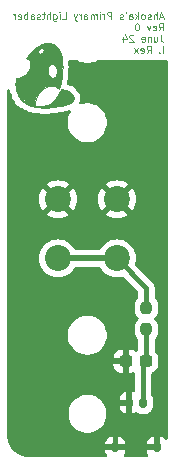
<source format=gbr>
G04 #@! TF.GenerationSoftware,KiCad,Pcbnew,8.0.3*
G04 #@! TF.CreationDate,2024-06-16T14:55:05-05:00*
G04 #@! TF.ProjectId,Power Button Board,506f7765-7220-4427-9574-746f6e20426f,rev?*
G04 #@! TF.SameCoordinates,Original*
G04 #@! TF.FileFunction,Copper,L2,Bot*
G04 #@! TF.FilePolarity,Positive*
%FSLAX46Y46*%
G04 Gerber Fmt 4.6, Leading zero omitted, Abs format (unit mm)*
G04 Created by KiCad (PCBNEW 8.0.3) date 2024-06-16 14:55:05*
%MOMM*%
%LPD*%
G01*
G04 APERTURE LIST*
G04 Aperture macros list*
%AMRoundRect*
0 Rectangle with rounded corners*
0 $1 Rounding radius*
0 $2 $3 $4 $5 $6 $7 $8 $9 X,Y pos of 4 corners*
0 Add a 4 corners polygon primitive as box body*
4,1,4,$2,$3,$4,$5,$6,$7,$8,$9,$2,$3,0*
0 Add four circle primitives for the rounded corners*
1,1,$1+$1,$2,$3*
1,1,$1+$1,$4,$5*
1,1,$1+$1,$6,$7*
1,1,$1+$1,$8,$9*
0 Add four rect primitives between the rounded corners*
20,1,$1+$1,$2,$3,$4,$5,0*
20,1,$1+$1,$4,$5,$6,$7,0*
20,1,$1+$1,$6,$7,$8,$9,0*
20,1,$1+$1,$8,$9,$2,$3,0*%
G04 Aperture macros list end*
%ADD10C,0.125000*%
G04 #@! TA.AperFunction,NonConductor*
%ADD11C,0.125000*%
G04 #@! TD*
G04 #@! TA.AperFunction,EtchedComponent*
%ADD12C,0.010000*%
G04 #@! TD*
G04 #@! TA.AperFunction,ComponentPad*
%ADD13C,2.200000*%
G04 #@! TD*
G04 #@! TA.AperFunction,SMDPad,CuDef*
%ADD14RoundRect,0.237500X0.300000X0.237500X-0.300000X0.237500X-0.300000X-0.237500X0.300000X-0.237500X0*%
G04 #@! TD*
G04 #@! TA.AperFunction,SMDPad,CuDef*
%ADD15RoundRect,0.237500X-0.237500X0.250000X-0.237500X-0.250000X0.237500X-0.250000X0.237500X0.250000X0*%
G04 #@! TD*
G04 #@! TA.AperFunction,SMDPad,CuDef*
%ADD16RoundRect,0.150000X0.150000X0.275000X-0.150000X0.275000X-0.150000X-0.275000X0.150000X-0.275000X0*%
G04 #@! TD*
G04 #@! TA.AperFunction,SMDPad,CuDef*
%ADD17RoundRect,0.175000X0.175000X0.225000X-0.175000X0.225000X-0.175000X-0.225000X0.175000X-0.225000X0*%
G04 #@! TD*
G04 #@! TA.AperFunction,Conductor*
%ADD18C,0.400000*%
G04 #@! TD*
G04 #@! TA.AperFunction,Conductor*
%ADD19C,0.500000*%
G04 #@! TD*
G04 APERTURE END LIST*
D10*
D11*
X151903478Y-92050744D02*
X151617764Y-92050744D01*
X151960621Y-92222173D02*
X151760621Y-91622173D01*
X151760621Y-91622173D02*
X151560621Y-92222173D01*
X151360620Y-92222173D02*
X151360620Y-91622173D01*
X151103478Y-92222173D02*
X151103478Y-91907887D01*
X151103478Y-91907887D02*
X151132049Y-91850744D01*
X151132049Y-91850744D02*
X151189192Y-91822173D01*
X151189192Y-91822173D02*
X151274906Y-91822173D01*
X151274906Y-91822173D02*
X151332049Y-91850744D01*
X151332049Y-91850744D02*
X151360620Y-91879316D01*
X150846335Y-92193602D02*
X150789192Y-92222173D01*
X150789192Y-92222173D02*
X150674906Y-92222173D01*
X150674906Y-92222173D02*
X150617763Y-92193602D01*
X150617763Y-92193602D02*
X150589192Y-92136459D01*
X150589192Y-92136459D02*
X150589192Y-92107887D01*
X150589192Y-92107887D02*
X150617763Y-92050744D01*
X150617763Y-92050744D02*
X150674906Y-92022173D01*
X150674906Y-92022173D02*
X150760621Y-92022173D01*
X150760621Y-92022173D02*
X150817763Y-91993602D01*
X150817763Y-91993602D02*
X150846335Y-91936459D01*
X150846335Y-91936459D02*
X150846335Y-91907887D01*
X150846335Y-91907887D02*
X150817763Y-91850744D01*
X150817763Y-91850744D02*
X150760621Y-91822173D01*
X150760621Y-91822173D02*
X150674906Y-91822173D01*
X150674906Y-91822173D02*
X150617763Y-91850744D01*
X150246335Y-92222173D02*
X150303478Y-92193602D01*
X150303478Y-92193602D02*
X150332049Y-92165030D01*
X150332049Y-92165030D02*
X150360621Y-92107887D01*
X150360621Y-92107887D02*
X150360621Y-91936459D01*
X150360621Y-91936459D02*
X150332049Y-91879316D01*
X150332049Y-91879316D02*
X150303478Y-91850744D01*
X150303478Y-91850744D02*
X150246335Y-91822173D01*
X150246335Y-91822173D02*
X150160621Y-91822173D01*
X150160621Y-91822173D02*
X150103478Y-91850744D01*
X150103478Y-91850744D02*
X150074907Y-91879316D01*
X150074907Y-91879316D02*
X150046335Y-91936459D01*
X150046335Y-91936459D02*
X150046335Y-92107887D01*
X150046335Y-92107887D02*
X150074907Y-92165030D01*
X150074907Y-92165030D02*
X150103478Y-92193602D01*
X150103478Y-92193602D02*
X150160621Y-92222173D01*
X150160621Y-92222173D02*
X150246335Y-92222173D01*
X149789192Y-92222173D02*
X149789192Y-91622173D01*
X149732050Y-91993602D02*
X149560621Y-92222173D01*
X149560621Y-91822173D02*
X149789192Y-92050744D01*
X149046336Y-92222173D02*
X149046336Y-91907887D01*
X149046336Y-91907887D02*
X149074907Y-91850744D01*
X149074907Y-91850744D02*
X149132050Y-91822173D01*
X149132050Y-91822173D02*
X149246336Y-91822173D01*
X149246336Y-91822173D02*
X149303478Y-91850744D01*
X149046336Y-92193602D02*
X149103478Y-92222173D01*
X149103478Y-92222173D02*
X149246336Y-92222173D01*
X149246336Y-92222173D02*
X149303478Y-92193602D01*
X149303478Y-92193602D02*
X149332050Y-92136459D01*
X149332050Y-92136459D02*
X149332050Y-92079316D01*
X149332050Y-92079316D02*
X149303478Y-92022173D01*
X149303478Y-92022173D02*
X149246336Y-91993602D01*
X149246336Y-91993602D02*
X149103478Y-91993602D01*
X149103478Y-91993602D02*
X149046336Y-91965030D01*
X148732050Y-91622173D02*
X148789193Y-91736459D01*
X148503479Y-92193602D02*
X148446336Y-92222173D01*
X148446336Y-92222173D02*
X148332050Y-92222173D01*
X148332050Y-92222173D02*
X148274907Y-92193602D01*
X148274907Y-92193602D02*
X148246336Y-92136459D01*
X148246336Y-92136459D02*
X148246336Y-92107887D01*
X148246336Y-92107887D02*
X148274907Y-92050744D01*
X148274907Y-92050744D02*
X148332050Y-92022173D01*
X148332050Y-92022173D02*
X148417765Y-92022173D01*
X148417765Y-92022173D02*
X148474907Y-91993602D01*
X148474907Y-91993602D02*
X148503479Y-91936459D01*
X148503479Y-91936459D02*
X148503479Y-91907887D01*
X148503479Y-91907887D02*
X148474907Y-91850744D01*
X148474907Y-91850744D02*
X148417765Y-91822173D01*
X148417765Y-91822173D02*
X148332050Y-91822173D01*
X148332050Y-91822173D02*
X148274907Y-91850744D01*
X147532050Y-92222173D02*
X147532050Y-91622173D01*
X147532050Y-91622173D02*
X147303479Y-91622173D01*
X147303479Y-91622173D02*
X147246336Y-91650744D01*
X147246336Y-91650744D02*
X147217765Y-91679316D01*
X147217765Y-91679316D02*
X147189193Y-91736459D01*
X147189193Y-91736459D02*
X147189193Y-91822173D01*
X147189193Y-91822173D02*
X147217765Y-91879316D01*
X147217765Y-91879316D02*
X147246336Y-91907887D01*
X147246336Y-91907887D02*
X147303479Y-91936459D01*
X147303479Y-91936459D02*
X147532050Y-91936459D01*
X146932050Y-92222173D02*
X146932050Y-91822173D01*
X146932050Y-91936459D02*
X146903479Y-91879316D01*
X146903479Y-91879316D02*
X146874908Y-91850744D01*
X146874908Y-91850744D02*
X146817765Y-91822173D01*
X146817765Y-91822173D02*
X146760622Y-91822173D01*
X146560621Y-92222173D02*
X146560621Y-91822173D01*
X146560621Y-91622173D02*
X146589193Y-91650744D01*
X146589193Y-91650744D02*
X146560621Y-91679316D01*
X146560621Y-91679316D02*
X146532050Y-91650744D01*
X146532050Y-91650744D02*
X146560621Y-91622173D01*
X146560621Y-91622173D02*
X146560621Y-91679316D01*
X146274907Y-92222173D02*
X146274907Y-91822173D01*
X146274907Y-91879316D02*
X146246336Y-91850744D01*
X146246336Y-91850744D02*
X146189193Y-91822173D01*
X146189193Y-91822173D02*
X146103479Y-91822173D01*
X146103479Y-91822173D02*
X146046336Y-91850744D01*
X146046336Y-91850744D02*
X146017765Y-91907887D01*
X146017765Y-91907887D02*
X146017765Y-92222173D01*
X146017765Y-91907887D02*
X145989193Y-91850744D01*
X145989193Y-91850744D02*
X145932050Y-91822173D01*
X145932050Y-91822173D02*
X145846336Y-91822173D01*
X145846336Y-91822173D02*
X145789193Y-91850744D01*
X145789193Y-91850744D02*
X145760622Y-91907887D01*
X145760622Y-91907887D02*
X145760622Y-92222173D01*
X145217765Y-92222173D02*
X145217765Y-91907887D01*
X145217765Y-91907887D02*
X145246336Y-91850744D01*
X145246336Y-91850744D02*
X145303479Y-91822173D01*
X145303479Y-91822173D02*
X145417765Y-91822173D01*
X145417765Y-91822173D02*
X145474907Y-91850744D01*
X145217765Y-92193602D02*
X145274907Y-92222173D01*
X145274907Y-92222173D02*
X145417765Y-92222173D01*
X145417765Y-92222173D02*
X145474907Y-92193602D01*
X145474907Y-92193602D02*
X145503479Y-92136459D01*
X145503479Y-92136459D02*
X145503479Y-92079316D01*
X145503479Y-92079316D02*
X145474907Y-92022173D01*
X145474907Y-92022173D02*
X145417765Y-91993602D01*
X145417765Y-91993602D02*
X145274907Y-91993602D01*
X145274907Y-91993602D02*
X145217765Y-91965030D01*
X144932050Y-92222173D02*
X144932050Y-91822173D01*
X144932050Y-91936459D02*
X144903479Y-91879316D01*
X144903479Y-91879316D02*
X144874908Y-91850744D01*
X144874908Y-91850744D02*
X144817765Y-91822173D01*
X144817765Y-91822173D02*
X144760622Y-91822173D01*
X144617764Y-91822173D02*
X144474907Y-92222173D01*
X144332050Y-91822173D02*
X144474907Y-92222173D01*
X144474907Y-92222173D02*
X144532050Y-92365030D01*
X144532050Y-92365030D02*
X144560621Y-92393602D01*
X144560621Y-92393602D02*
X144617764Y-92422173D01*
X143360621Y-92222173D02*
X143646335Y-92222173D01*
X143646335Y-92222173D02*
X143646335Y-91622173D01*
X143160621Y-92222173D02*
X143160621Y-91822173D01*
X143160621Y-91622173D02*
X143189193Y-91650744D01*
X143189193Y-91650744D02*
X143160621Y-91679316D01*
X143160621Y-91679316D02*
X143132050Y-91650744D01*
X143132050Y-91650744D02*
X143160621Y-91622173D01*
X143160621Y-91622173D02*
X143160621Y-91679316D01*
X142617765Y-91822173D02*
X142617765Y-92307887D01*
X142617765Y-92307887D02*
X142646336Y-92365030D01*
X142646336Y-92365030D02*
X142674907Y-92393602D01*
X142674907Y-92393602D02*
X142732050Y-92422173D01*
X142732050Y-92422173D02*
X142817765Y-92422173D01*
X142817765Y-92422173D02*
X142874907Y-92393602D01*
X142617765Y-92193602D02*
X142674907Y-92222173D01*
X142674907Y-92222173D02*
X142789193Y-92222173D01*
X142789193Y-92222173D02*
X142846336Y-92193602D01*
X142846336Y-92193602D02*
X142874907Y-92165030D01*
X142874907Y-92165030D02*
X142903479Y-92107887D01*
X142903479Y-92107887D02*
X142903479Y-91936459D01*
X142903479Y-91936459D02*
X142874907Y-91879316D01*
X142874907Y-91879316D02*
X142846336Y-91850744D01*
X142846336Y-91850744D02*
X142789193Y-91822173D01*
X142789193Y-91822173D02*
X142674907Y-91822173D01*
X142674907Y-91822173D02*
X142617765Y-91850744D01*
X142332050Y-92222173D02*
X142332050Y-91622173D01*
X142074908Y-92222173D02*
X142074908Y-91907887D01*
X142074908Y-91907887D02*
X142103479Y-91850744D01*
X142103479Y-91850744D02*
X142160622Y-91822173D01*
X142160622Y-91822173D02*
X142246336Y-91822173D01*
X142246336Y-91822173D02*
X142303479Y-91850744D01*
X142303479Y-91850744D02*
X142332050Y-91879316D01*
X141874908Y-91822173D02*
X141646336Y-91822173D01*
X141789193Y-91622173D02*
X141789193Y-92136459D01*
X141789193Y-92136459D02*
X141760622Y-92193602D01*
X141760622Y-92193602D02*
X141703479Y-92222173D01*
X141703479Y-92222173D02*
X141646336Y-92222173D01*
X141474908Y-92193602D02*
X141417765Y-92222173D01*
X141417765Y-92222173D02*
X141303479Y-92222173D01*
X141303479Y-92222173D02*
X141246336Y-92193602D01*
X141246336Y-92193602D02*
X141217765Y-92136459D01*
X141217765Y-92136459D02*
X141217765Y-92107887D01*
X141217765Y-92107887D02*
X141246336Y-92050744D01*
X141246336Y-92050744D02*
X141303479Y-92022173D01*
X141303479Y-92022173D02*
X141389194Y-92022173D01*
X141389194Y-92022173D02*
X141446336Y-91993602D01*
X141446336Y-91993602D02*
X141474908Y-91936459D01*
X141474908Y-91936459D02*
X141474908Y-91907887D01*
X141474908Y-91907887D02*
X141446336Y-91850744D01*
X141446336Y-91850744D02*
X141389194Y-91822173D01*
X141389194Y-91822173D02*
X141303479Y-91822173D01*
X141303479Y-91822173D02*
X141246336Y-91850744D01*
X140703480Y-92222173D02*
X140703480Y-91907887D01*
X140703480Y-91907887D02*
X140732051Y-91850744D01*
X140732051Y-91850744D02*
X140789194Y-91822173D01*
X140789194Y-91822173D02*
X140903480Y-91822173D01*
X140903480Y-91822173D02*
X140960622Y-91850744D01*
X140703480Y-92193602D02*
X140760622Y-92222173D01*
X140760622Y-92222173D02*
X140903480Y-92222173D01*
X140903480Y-92222173D02*
X140960622Y-92193602D01*
X140960622Y-92193602D02*
X140989194Y-92136459D01*
X140989194Y-92136459D02*
X140989194Y-92079316D01*
X140989194Y-92079316D02*
X140960622Y-92022173D01*
X140960622Y-92022173D02*
X140903480Y-91993602D01*
X140903480Y-91993602D02*
X140760622Y-91993602D01*
X140760622Y-91993602D02*
X140703480Y-91965030D01*
X140417765Y-92222173D02*
X140417765Y-91622173D01*
X140417765Y-91850744D02*
X140360623Y-91822173D01*
X140360623Y-91822173D02*
X140246337Y-91822173D01*
X140246337Y-91822173D02*
X140189194Y-91850744D01*
X140189194Y-91850744D02*
X140160623Y-91879316D01*
X140160623Y-91879316D02*
X140132051Y-91936459D01*
X140132051Y-91936459D02*
X140132051Y-92107887D01*
X140132051Y-92107887D02*
X140160623Y-92165030D01*
X140160623Y-92165030D02*
X140189194Y-92193602D01*
X140189194Y-92193602D02*
X140246337Y-92222173D01*
X140246337Y-92222173D02*
X140360623Y-92222173D01*
X140360623Y-92222173D02*
X140417765Y-92193602D01*
X139646337Y-92193602D02*
X139703480Y-92222173D01*
X139703480Y-92222173D02*
X139817766Y-92222173D01*
X139817766Y-92222173D02*
X139874908Y-92193602D01*
X139874908Y-92193602D02*
X139903480Y-92136459D01*
X139903480Y-92136459D02*
X139903480Y-91907887D01*
X139903480Y-91907887D02*
X139874908Y-91850744D01*
X139874908Y-91850744D02*
X139817766Y-91822173D01*
X139817766Y-91822173D02*
X139703480Y-91822173D01*
X139703480Y-91822173D02*
X139646337Y-91850744D01*
X139646337Y-91850744D02*
X139617766Y-91907887D01*
X139617766Y-91907887D02*
X139617766Y-91965030D01*
X139617766Y-91965030D02*
X139903480Y-92022173D01*
X139360622Y-92222173D02*
X139360622Y-91822173D01*
X139360622Y-91936459D02*
X139332051Y-91879316D01*
X139332051Y-91879316D02*
X139303480Y-91850744D01*
X139303480Y-91850744D02*
X139246337Y-91822173D01*
X139246337Y-91822173D02*
X139189194Y-91822173D01*
X151532049Y-93188139D02*
X151732049Y-92902425D01*
X151874906Y-93188139D02*
X151874906Y-92588139D01*
X151874906Y-92588139D02*
X151646335Y-92588139D01*
X151646335Y-92588139D02*
X151589192Y-92616710D01*
X151589192Y-92616710D02*
X151560621Y-92645282D01*
X151560621Y-92645282D02*
X151532049Y-92702425D01*
X151532049Y-92702425D02*
X151532049Y-92788139D01*
X151532049Y-92788139D02*
X151560621Y-92845282D01*
X151560621Y-92845282D02*
X151589192Y-92873853D01*
X151589192Y-92873853D02*
X151646335Y-92902425D01*
X151646335Y-92902425D02*
X151874906Y-92902425D01*
X151046335Y-93159568D02*
X151103478Y-93188139D01*
X151103478Y-93188139D02*
X151217764Y-93188139D01*
X151217764Y-93188139D02*
X151274906Y-93159568D01*
X151274906Y-93159568D02*
X151303478Y-93102425D01*
X151303478Y-93102425D02*
X151303478Y-92873853D01*
X151303478Y-92873853D02*
X151274906Y-92816710D01*
X151274906Y-92816710D02*
X151217764Y-92788139D01*
X151217764Y-92788139D02*
X151103478Y-92788139D01*
X151103478Y-92788139D02*
X151046335Y-92816710D01*
X151046335Y-92816710D02*
X151017764Y-92873853D01*
X151017764Y-92873853D02*
X151017764Y-92930996D01*
X151017764Y-92930996D02*
X151303478Y-92988139D01*
X150817763Y-92788139D02*
X150674906Y-93188139D01*
X150674906Y-93188139D02*
X150532049Y-92788139D01*
X149732049Y-92588139D02*
X149674906Y-92588139D01*
X149674906Y-92588139D02*
X149617763Y-92616710D01*
X149617763Y-92616710D02*
X149589192Y-92645282D01*
X149589192Y-92645282D02*
X149560620Y-92702425D01*
X149560620Y-92702425D02*
X149532049Y-92816710D01*
X149532049Y-92816710D02*
X149532049Y-92959568D01*
X149532049Y-92959568D02*
X149560620Y-93073853D01*
X149560620Y-93073853D02*
X149589192Y-93130996D01*
X149589192Y-93130996D02*
X149617763Y-93159568D01*
X149617763Y-93159568D02*
X149674906Y-93188139D01*
X149674906Y-93188139D02*
X149732049Y-93188139D01*
X149732049Y-93188139D02*
X149789192Y-93159568D01*
X149789192Y-93159568D02*
X149817763Y-93130996D01*
X149817763Y-93130996D02*
X149846334Y-93073853D01*
X149846334Y-93073853D02*
X149874906Y-92959568D01*
X149874906Y-92959568D02*
X149874906Y-92816710D01*
X149874906Y-92816710D02*
X149846334Y-92702425D01*
X149846334Y-92702425D02*
X149817763Y-92645282D01*
X149817763Y-92645282D02*
X149789192Y-92616710D01*
X149789192Y-92616710D02*
X149732049Y-92588139D01*
X151703478Y-93554105D02*
X151703478Y-93982676D01*
X151703478Y-93982676D02*
X151732049Y-94068391D01*
X151732049Y-94068391D02*
X151789192Y-94125534D01*
X151789192Y-94125534D02*
X151874906Y-94154105D01*
X151874906Y-94154105D02*
X151932049Y-94154105D01*
X151160621Y-93754105D02*
X151160621Y-94154105D01*
X151417763Y-93754105D02*
X151417763Y-94068391D01*
X151417763Y-94068391D02*
X151389192Y-94125534D01*
X151389192Y-94125534D02*
X151332049Y-94154105D01*
X151332049Y-94154105D02*
X151246335Y-94154105D01*
X151246335Y-94154105D02*
X151189192Y-94125534D01*
X151189192Y-94125534D02*
X151160621Y-94096962D01*
X150874906Y-93754105D02*
X150874906Y-94154105D01*
X150874906Y-93811248D02*
X150846335Y-93782676D01*
X150846335Y-93782676D02*
X150789192Y-93754105D01*
X150789192Y-93754105D02*
X150703478Y-93754105D01*
X150703478Y-93754105D02*
X150646335Y-93782676D01*
X150646335Y-93782676D02*
X150617764Y-93839819D01*
X150617764Y-93839819D02*
X150617764Y-94154105D01*
X150103478Y-94125534D02*
X150160621Y-94154105D01*
X150160621Y-94154105D02*
X150274907Y-94154105D01*
X150274907Y-94154105D02*
X150332049Y-94125534D01*
X150332049Y-94125534D02*
X150360621Y-94068391D01*
X150360621Y-94068391D02*
X150360621Y-93839819D01*
X150360621Y-93839819D02*
X150332049Y-93782676D01*
X150332049Y-93782676D02*
X150274907Y-93754105D01*
X150274907Y-93754105D02*
X150160621Y-93754105D01*
X150160621Y-93754105D02*
X150103478Y-93782676D01*
X150103478Y-93782676D02*
X150074907Y-93839819D01*
X150074907Y-93839819D02*
X150074907Y-93896962D01*
X150074907Y-93896962D02*
X150360621Y-93954105D01*
X149389192Y-93611248D02*
X149360620Y-93582676D01*
X149360620Y-93582676D02*
X149303478Y-93554105D01*
X149303478Y-93554105D02*
X149160620Y-93554105D01*
X149160620Y-93554105D02*
X149103478Y-93582676D01*
X149103478Y-93582676D02*
X149074906Y-93611248D01*
X149074906Y-93611248D02*
X149046335Y-93668391D01*
X149046335Y-93668391D02*
X149046335Y-93725534D01*
X149046335Y-93725534D02*
X149074906Y-93811248D01*
X149074906Y-93811248D02*
X149417763Y-94154105D01*
X149417763Y-94154105D02*
X149046335Y-94154105D01*
X148532049Y-93754105D02*
X148532049Y-94154105D01*
X148674906Y-93525534D02*
X148817763Y-93954105D01*
X148817763Y-93954105D02*
X148446334Y-93954105D01*
X151874906Y-95120071D02*
X151874906Y-94520071D01*
X151589192Y-95062928D02*
X151560621Y-95091500D01*
X151560621Y-95091500D02*
X151589192Y-95120071D01*
X151589192Y-95120071D02*
X151617764Y-95091500D01*
X151617764Y-95091500D02*
X151589192Y-95062928D01*
X151589192Y-95062928D02*
X151589192Y-95120071D01*
X150503478Y-95120071D02*
X150703478Y-94834357D01*
X150846335Y-95120071D02*
X150846335Y-94520071D01*
X150846335Y-94520071D02*
X150617764Y-94520071D01*
X150617764Y-94520071D02*
X150560621Y-94548642D01*
X150560621Y-94548642D02*
X150532050Y-94577214D01*
X150532050Y-94577214D02*
X150503478Y-94634357D01*
X150503478Y-94634357D02*
X150503478Y-94720071D01*
X150503478Y-94720071D02*
X150532050Y-94777214D01*
X150532050Y-94777214D02*
X150560621Y-94805785D01*
X150560621Y-94805785D02*
X150617764Y-94834357D01*
X150617764Y-94834357D02*
X150846335Y-94834357D01*
X150017764Y-95091500D02*
X150074907Y-95120071D01*
X150074907Y-95120071D02*
X150189193Y-95120071D01*
X150189193Y-95120071D02*
X150246335Y-95091500D01*
X150246335Y-95091500D02*
X150274907Y-95034357D01*
X150274907Y-95034357D02*
X150274907Y-94805785D01*
X150274907Y-94805785D02*
X150246335Y-94748642D01*
X150246335Y-94748642D02*
X150189193Y-94720071D01*
X150189193Y-94720071D02*
X150074907Y-94720071D01*
X150074907Y-94720071D02*
X150017764Y-94748642D01*
X150017764Y-94748642D02*
X149989193Y-94805785D01*
X149989193Y-94805785D02*
X149989193Y-94862928D01*
X149989193Y-94862928D02*
X150274907Y-94920071D01*
X149789192Y-95120071D02*
X149474907Y-94720071D01*
X149789192Y-94720071D02*
X149474907Y-95120071D01*
D12*
G04 #@! TO.C,G\u002A\u002A\u002A*
X143279497Y-98165648D02*
X143333627Y-98177368D01*
X143423017Y-98199390D01*
X143535755Y-98228854D01*
X143675985Y-98270475D01*
X143909141Y-98362699D01*
X144095621Y-98470396D01*
X144231077Y-98591300D01*
X144318374Y-98714778D01*
X144371761Y-98857566D01*
X144370787Y-98993801D01*
X144316518Y-99121938D01*
X144210021Y-99240433D01*
X144052363Y-99347741D01*
X143844611Y-99442317D01*
X143587832Y-99522616D01*
X143521072Y-99538544D01*
X143368413Y-99569860D01*
X143181882Y-99603693D01*
X142975616Y-99637752D01*
X142763752Y-99669746D01*
X142560427Y-99697385D01*
X142379778Y-99718377D01*
X142355061Y-99720706D01*
X142208120Y-99729231D01*
X142028000Y-99733285D01*
X141829628Y-99733141D01*
X141627927Y-99729071D01*
X141437824Y-99721345D01*
X141274244Y-99710237D01*
X141152111Y-99696018D01*
X141108296Y-99688611D01*
X140757922Y-99606968D01*
X140446549Y-99492478D01*
X140176771Y-99346514D01*
X139951180Y-99170448D01*
X139772367Y-98965652D01*
X139760859Y-98949337D01*
X139681200Y-98833525D01*
X139636713Y-98761565D01*
X139627829Y-98732851D01*
X139654980Y-98746780D01*
X139718597Y-98802746D01*
X139819112Y-98900145D01*
X139860291Y-98940100D01*
X140136617Y-99168359D01*
X140437036Y-99348533D01*
X140771111Y-99486512D01*
X140862619Y-99516054D01*
X140980019Y-99547867D01*
X141094105Y-99568575D01*
X141224794Y-99581497D01*
X141392000Y-99589951D01*
X141446602Y-99591804D01*
X141656375Y-99592540D01*
X141830093Y-99579112D01*
X141983532Y-99548629D01*
X142132472Y-99498200D01*
X142292691Y-99424935D01*
X142453545Y-99329462D01*
X142669187Y-99150636D01*
X142866468Y-98925540D01*
X143040885Y-98659542D01*
X143187935Y-98358009D01*
X143191965Y-98348307D01*
X143229687Y-98257733D01*
X143257232Y-98192008D01*
X143268882Y-98164780D01*
X143279497Y-98165648D01*
G04 #@! TA.AperFunction,EtchedComponent*
G36*
X143279497Y-98165648D02*
G01*
X143333627Y-98177368D01*
X143423017Y-98199390D01*
X143535755Y-98228854D01*
X143675985Y-98270475D01*
X143909141Y-98362699D01*
X144095621Y-98470396D01*
X144231077Y-98591300D01*
X144318374Y-98714778D01*
X144371761Y-98857566D01*
X144370787Y-98993801D01*
X144316518Y-99121938D01*
X144210021Y-99240433D01*
X144052363Y-99347741D01*
X143844611Y-99442317D01*
X143587832Y-99522616D01*
X143521072Y-99538544D01*
X143368413Y-99569860D01*
X143181882Y-99603693D01*
X142975616Y-99637752D01*
X142763752Y-99669746D01*
X142560427Y-99697385D01*
X142379778Y-99718377D01*
X142355061Y-99720706D01*
X142208120Y-99729231D01*
X142028000Y-99733285D01*
X141829628Y-99733141D01*
X141627927Y-99729071D01*
X141437824Y-99721345D01*
X141274244Y-99710237D01*
X141152111Y-99696018D01*
X141108296Y-99688611D01*
X140757922Y-99606968D01*
X140446549Y-99492478D01*
X140176771Y-99346514D01*
X139951180Y-99170448D01*
X139772367Y-98965652D01*
X139760859Y-98949337D01*
X139681200Y-98833525D01*
X139636713Y-98761565D01*
X139627829Y-98732851D01*
X139654980Y-98746780D01*
X139718597Y-98802746D01*
X139819112Y-98900145D01*
X139860291Y-98940100D01*
X140136617Y-99168359D01*
X140437036Y-99348533D01*
X140771111Y-99486512D01*
X140862619Y-99516054D01*
X140980019Y-99547867D01*
X141094105Y-99568575D01*
X141224794Y-99581497D01*
X141392000Y-99589951D01*
X141446602Y-99591804D01*
X141656375Y-99592540D01*
X141830093Y-99579112D01*
X141983532Y-99548629D01*
X142132472Y-99498200D01*
X142292691Y-99424935D01*
X142453545Y-99329462D01*
X142669187Y-99150636D01*
X142866468Y-98925540D01*
X143040885Y-98659542D01*
X143187935Y-98358009D01*
X143191965Y-98348307D01*
X143229687Y-98257733D01*
X143257232Y-98192008D01*
X143268882Y-98164780D01*
X143279497Y-98165648D01*
G37*
G04 #@! TD.AperFunction*
X143114923Y-94878609D02*
X143235549Y-95152879D01*
X143327773Y-95473001D01*
X143351892Y-95613118D01*
X143371774Y-95809825D01*
X143384259Y-96037511D01*
X143389109Y-96283018D01*
X143386083Y-96533193D01*
X143381110Y-96641073D01*
X143374943Y-96774880D01*
X143355450Y-96994924D01*
X143354418Y-97003734D01*
X143327267Y-97198599D01*
X143291085Y-97408053D01*
X143248903Y-97617957D01*
X143203752Y-97814170D01*
X143158663Y-97982552D01*
X143116666Y-98108963D01*
X143085787Y-98187815D01*
X142996510Y-98086134D01*
X142949715Y-98037483D01*
X142796311Y-97928999D01*
X142619698Y-97870895D01*
X142421870Y-97863340D01*
X142204825Y-97906499D01*
X141970555Y-98000539D01*
X141762967Y-98123069D01*
X141543191Y-98310367D01*
X141353537Y-98544079D01*
X141222120Y-98769974D01*
X141130382Y-99018182D01*
X141088191Y-99278945D01*
X141087190Y-99292895D01*
X141077721Y-99389479D01*
X141066629Y-99457702D01*
X141056110Y-99483556D01*
X141054617Y-99483538D01*
X140993333Y-99472922D01*
X140895836Y-99446222D01*
X140777510Y-99408580D01*
X140653739Y-99365138D01*
X140539905Y-99321039D01*
X140451392Y-99281424D01*
X140173699Y-99121013D01*
X139919849Y-98926486D01*
X139714031Y-98711169D01*
X139558489Y-98477438D01*
X139455468Y-98227667D01*
X139427609Y-98093035D01*
X139410581Y-97914090D01*
X139407138Y-97718899D01*
X139417585Y-97527475D01*
X139442229Y-97359834D01*
X139476891Y-97197556D01*
X139660082Y-97197556D01*
X139680069Y-97197289D01*
X139882806Y-97164558D01*
X140076838Y-97080251D01*
X140256030Y-96948773D01*
X140414246Y-96774529D01*
X140535878Y-96577288D01*
X142125677Y-96577288D01*
X142139435Y-96752558D01*
X142187678Y-96917194D01*
X142267726Y-97058117D01*
X142376896Y-97162249D01*
X142488621Y-97213706D01*
X142606389Y-97220360D01*
X142714350Y-97179767D01*
X142807279Y-97096736D01*
X142879948Y-96976072D01*
X142927132Y-96822582D01*
X142943602Y-96641073D01*
X142943558Y-96634430D01*
X142923960Y-96456426D01*
X142873349Y-96305688D01*
X142798210Y-96185362D01*
X142705033Y-96098595D01*
X142600303Y-96048533D01*
X142490509Y-96038324D01*
X142382138Y-96071113D01*
X142281677Y-96150047D01*
X142195614Y-96278274D01*
X142149087Y-96404460D01*
X142125677Y-96577288D01*
X140535878Y-96577288D01*
X140545353Y-96561923D01*
X140578028Y-96495187D01*
X140613830Y-96409479D01*
X140633716Y-96330584D01*
X140642278Y-96237427D01*
X140644111Y-96108939D01*
X140643697Y-96033980D01*
X140639414Y-95930723D01*
X140627674Y-95858112D01*
X140605057Y-95799462D01*
X140568148Y-95738090D01*
X140544865Y-95706229D01*
X140474380Y-95632375D01*
X140405870Y-95585095D01*
X140398438Y-95581752D01*
X140342541Y-95552427D01*
X140319727Y-95532611D01*
X140320536Y-95530492D01*
X140344492Y-95496743D01*
X140396710Y-95430102D01*
X140470459Y-95339027D01*
X140559007Y-95231977D01*
X140575755Y-95212023D01*
X140779250Y-94990231D01*
X141336618Y-94990231D01*
X141344225Y-95075178D01*
X141369422Y-95131689D01*
X141415694Y-95160154D01*
X141503044Y-95167061D01*
X141600112Y-95135864D01*
X141691155Y-95069600D01*
X141726173Y-95030012D01*
X141777859Y-94932201D01*
X141783768Y-94843020D01*
X141750224Y-94771670D01*
X141683550Y-94727353D01*
X141590068Y-94719271D01*
X141476102Y-94756626D01*
X141409990Y-94802125D01*
X141364614Y-94853548D01*
X141347042Y-94902188D01*
X141336618Y-94990231D01*
X140779250Y-94990231D01*
X140837106Y-94927173D01*
X141099075Y-94690331D01*
X141359554Y-94502445D01*
X141616431Y-94364463D01*
X141867599Y-94277332D01*
X142110946Y-94242000D01*
X142344363Y-94259414D01*
X142565741Y-94330523D01*
X142590060Y-94342051D01*
X142791436Y-94472081D01*
X142966638Y-94651305D01*
X143091707Y-94843020D01*
X143114923Y-94878609D01*
G04 #@! TA.AperFunction,EtchedComponent*
G36*
X143114923Y-94878609D02*
G01*
X143235549Y-95152879D01*
X143327773Y-95473001D01*
X143351892Y-95613118D01*
X143371774Y-95809825D01*
X143384259Y-96037511D01*
X143389109Y-96283018D01*
X143386083Y-96533193D01*
X143381110Y-96641073D01*
X143374943Y-96774880D01*
X143355450Y-96994924D01*
X143354418Y-97003734D01*
X143327267Y-97198599D01*
X143291085Y-97408053D01*
X143248903Y-97617957D01*
X143203752Y-97814170D01*
X143158663Y-97982552D01*
X143116666Y-98108963D01*
X143085787Y-98187815D01*
X142996510Y-98086134D01*
X142949715Y-98037483D01*
X142796311Y-97928999D01*
X142619698Y-97870895D01*
X142421870Y-97863340D01*
X142204825Y-97906499D01*
X141970555Y-98000539D01*
X141762967Y-98123069D01*
X141543191Y-98310367D01*
X141353537Y-98544079D01*
X141222120Y-98769974D01*
X141130382Y-99018182D01*
X141088191Y-99278945D01*
X141087190Y-99292895D01*
X141077721Y-99389479D01*
X141066629Y-99457702D01*
X141056110Y-99483556D01*
X141054617Y-99483538D01*
X140993333Y-99472922D01*
X140895836Y-99446222D01*
X140777510Y-99408580D01*
X140653739Y-99365138D01*
X140539905Y-99321039D01*
X140451392Y-99281424D01*
X140173699Y-99121013D01*
X139919849Y-98926486D01*
X139714031Y-98711169D01*
X139558489Y-98477438D01*
X139455468Y-98227667D01*
X139427609Y-98093035D01*
X139410581Y-97914090D01*
X139407138Y-97718899D01*
X139417585Y-97527475D01*
X139442229Y-97359834D01*
X139476891Y-97197556D01*
X139660082Y-97197556D01*
X139680069Y-97197289D01*
X139882806Y-97164558D01*
X140076838Y-97080251D01*
X140256030Y-96948773D01*
X140414246Y-96774529D01*
X140535878Y-96577288D01*
X142125677Y-96577288D01*
X142139435Y-96752558D01*
X142187678Y-96917194D01*
X142267726Y-97058117D01*
X142376896Y-97162249D01*
X142488621Y-97213706D01*
X142606389Y-97220360D01*
X142714350Y-97179767D01*
X142807279Y-97096736D01*
X142879948Y-96976072D01*
X142927132Y-96822582D01*
X142943602Y-96641073D01*
X142943558Y-96634430D01*
X142923960Y-96456426D01*
X142873349Y-96305688D01*
X142798210Y-96185362D01*
X142705033Y-96098595D01*
X142600303Y-96048533D01*
X142490509Y-96038324D01*
X142382138Y-96071113D01*
X142281677Y-96150047D01*
X142195614Y-96278274D01*
X142149087Y-96404460D01*
X142125677Y-96577288D01*
X140535878Y-96577288D01*
X140545353Y-96561923D01*
X140578028Y-96495187D01*
X140613830Y-96409479D01*
X140633716Y-96330584D01*
X140642278Y-96237427D01*
X140644111Y-96108939D01*
X140643697Y-96033980D01*
X140639414Y-95930723D01*
X140627674Y-95858112D01*
X140605057Y-95799462D01*
X140568148Y-95738090D01*
X140544865Y-95706229D01*
X140474380Y-95632375D01*
X140405870Y-95585095D01*
X140398438Y-95581752D01*
X140342541Y-95552427D01*
X140319727Y-95532611D01*
X140320536Y-95530492D01*
X140344492Y-95496743D01*
X140396710Y-95430102D01*
X140470459Y-95339027D01*
X140559007Y-95231977D01*
X140575755Y-95212023D01*
X140779250Y-94990231D01*
X141336618Y-94990231D01*
X141344225Y-95075178D01*
X141369422Y-95131689D01*
X141415694Y-95160154D01*
X141503044Y-95167061D01*
X141600112Y-95135864D01*
X141691155Y-95069600D01*
X141726173Y-95030012D01*
X141777859Y-94932201D01*
X141783768Y-94843020D01*
X141750224Y-94771670D01*
X141683550Y-94727353D01*
X141590068Y-94719271D01*
X141476102Y-94756626D01*
X141409990Y-94802125D01*
X141364614Y-94853548D01*
X141347042Y-94902188D01*
X141336618Y-94990231D01*
X140779250Y-94990231D01*
X140837106Y-94927173D01*
X141099075Y-94690331D01*
X141359554Y-94502445D01*
X141616431Y-94364463D01*
X141867599Y-94277332D01*
X142110946Y-94242000D01*
X142344363Y-94259414D01*
X142565741Y-94330523D01*
X142590060Y-94342051D01*
X142791436Y-94472081D01*
X142966638Y-94651305D01*
X143091707Y-94843020D01*
X143114923Y-94878609D01*
G37*
G04 #@! TD.AperFunction*
G04 #@! TD*
D13*
G04 #@! TO.P,SW1,1,1*
G04 #@! TO.N,GND*
X143000000Y-107500000D03*
X148000000Y-107500000D03*
G04 #@! TO.P,SW1,2,2*
G04 #@! TO.N,Net-(R1-Pad1)*
X143000000Y-112500000D03*
X148000000Y-112500000D03*
G04 #@! TD*
D14*
G04 #@! TO.P,C1,1*
G04 #@! TO.N,Net-(J1-Pin_1)*
X150462500Y-121200000D03*
G04 #@! TO.P,C1,2*
G04 #@! TO.N,GND*
X148737500Y-121200000D03*
G04 #@! TD*
D15*
G04 #@! TO.P,R1,1*
G04 #@! TO.N,Net-(R1-Pad1)*
X150500000Y-116687500D03*
G04 #@! TO.P,R1,2*
G04 #@! TO.N,Net-(J1-Pin_1)*
X150500000Y-118512500D03*
G04 #@! TD*
D16*
G04 #@! TO.P,J1,1,Pin_1*
G04 #@! TO.N,Net-(J1-Pin_1)*
X150222794Y-124726908D03*
G04 #@! TO.P,J1,2,Pin_2*
G04 #@! TO.N,GND*
X149022794Y-124726908D03*
D17*
G04 #@! TO.P,J1,MP,MountPin*
X151372794Y-128501908D03*
X147872794Y-128501908D03*
G04 #@! TD*
D18*
G04 #@! TO.N,Net-(R1-Pad1)*
X150500000Y-116687500D02*
X150500000Y-115000000D01*
X150500000Y-115000000D02*
X148000000Y-112500000D01*
G04 #@! TO.N,Net-(J1-Pin_1)*
X150500000Y-118512500D02*
X150500000Y-121162500D01*
X150500000Y-121162500D02*
X150462500Y-121200000D01*
X150222794Y-124726908D02*
X150222794Y-121439706D01*
X150222794Y-121439706D02*
X150462500Y-121200000D01*
D19*
G04 #@! TO.N,Net-(R1-Pad1)*
X148000000Y-112500000D02*
X143000000Y-112500000D01*
G04 #@! TD*
G04 #@! TA.AperFunction,Conductor*
G04 #@! TO.N,GND*
G36*
X144652014Y-95712479D02*
G01*
X144657858Y-95716474D01*
X144661155Y-95718870D01*
X144733175Y-95755566D01*
X144885616Y-95833239D01*
X144885618Y-95833239D01*
X144885621Y-95833241D01*
X145125215Y-95911090D01*
X145374038Y-95950500D01*
X145374039Y-95950500D01*
X145625961Y-95950500D01*
X145625962Y-95950500D01*
X145874785Y-95911090D01*
X146114379Y-95833241D01*
X146338845Y-95718870D01*
X146342140Y-95716475D01*
X146407946Y-95692996D01*
X146415025Y-95692794D01*
X152175500Y-95692794D01*
X152242539Y-95712479D01*
X152288294Y-95765283D01*
X152299500Y-95816794D01*
X152299500Y-127495933D01*
X152299235Y-127504043D01*
X152284636Y-127726778D01*
X152282518Y-127742859D01*
X152275651Y-127777382D01*
X152243266Y-127839293D01*
X152182551Y-127873867D01*
X152112781Y-127870128D01*
X152066353Y-127840872D01*
X151967136Y-127741655D01*
X151967131Y-127741651D01*
X151826859Y-127656855D01*
X151670356Y-127608087D01*
X151622794Y-127603764D01*
X151622794Y-128627908D01*
X151603109Y-128694947D01*
X151550305Y-128740702D01*
X151498794Y-128751908D01*
X150522795Y-128751908D01*
X150522795Y-128781474D01*
X150528972Y-128849469D01*
X150528975Y-128849480D01*
X150577738Y-129005968D01*
X150577740Y-129005972D01*
X150639942Y-129108867D01*
X150657778Y-129176421D01*
X150636260Y-129242895D01*
X150582219Y-129287182D01*
X150541936Y-129296750D01*
X150504044Y-129299234D01*
X150495933Y-129299500D01*
X148710262Y-129299500D01*
X148643223Y-129279815D01*
X148597468Y-129227011D01*
X148587524Y-129157853D01*
X148604145Y-129111351D01*
X148667846Y-129005973D01*
X148716614Y-128849470D01*
X148722794Y-128781464D01*
X148722794Y-128751908D01*
X147022795Y-128751908D01*
X147022795Y-128781474D01*
X147028972Y-128849469D01*
X147028975Y-128849480D01*
X147077738Y-129005968D01*
X147077740Y-129005972D01*
X147141443Y-129111351D01*
X147159279Y-129178906D01*
X147137761Y-129245379D01*
X147083720Y-129289667D01*
X147035326Y-129299500D01*
X140504067Y-129299500D01*
X140495957Y-129299235D01*
X140273221Y-129284636D01*
X140257140Y-129282518D01*
X140042228Y-129239769D01*
X140026561Y-129235571D01*
X139819057Y-129165133D01*
X139804071Y-129158926D01*
X139607539Y-129062007D01*
X139593492Y-129053897D01*
X139411291Y-128932154D01*
X139398423Y-128922280D01*
X139233671Y-128777797D01*
X139222202Y-128766328D01*
X139159603Y-128694947D01*
X139077716Y-128601573D01*
X139067845Y-128588708D01*
X138946102Y-128406507D01*
X138937992Y-128392460D01*
X138935196Y-128386791D01*
X138854104Y-128222351D01*
X147022794Y-128222351D01*
X147022794Y-128251908D01*
X147622794Y-128251908D01*
X148122794Y-128251908D01*
X148722793Y-128251908D01*
X148722793Y-128222351D01*
X150522794Y-128222351D01*
X150522794Y-128251908D01*
X151122794Y-128251908D01*
X151122794Y-127603765D01*
X151122793Y-127603765D01*
X151075235Y-127608086D01*
X150918728Y-127656855D01*
X150778456Y-127741651D01*
X150778451Y-127741655D01*
X150662541Y-127857565D01*
X150662537Y-127857570D01*
X150577741Y-127997842D01*
X150528973Y-128154345D01*
X150522794Y-128222351D01*
X148722793Y-128222351D01*
X148722793Y-128222341D01*
X148716615Y-128154346D01*
X148716612Y-128154335D01*
X148667849Y-127997847D01*
X148667847Y-127997843D01*
X148583050Y-127857570D01*
X148583046Y-127857565D01*
X148467136Y-127741655D01*
X148467131Y-127741651D01*
X148326859Y-127656855D01*
X148170356Y-127608087D01*
X148122794Y-127603764D01*
X148122794Y-128251908D01*
X147622794Y-128251908D01*
X147622794Y-127603765D01*
X147622793Y-127603765D01*
X147575235Y-127608086D01*
X147418728Y-127656855D01*
X147278456Y-127741651D01*
X147278451Y-127741655D01*
X147162541Y-127857565D01*
X147162537Y-127857570D01*
X147077741Y-127997842D01*
X147028973Y-128154345D01*
X147022794Y-128222351D01*
X138854104Y-128222351D01*
X138841070Y-128195921D01*
X138834866Y-128180942D01*
X138764428Y-127973438D01*
X138760230Y-127957771D01*
X138748217Y-127897376D01*
X138717479Y-127742848D01*
X138715364Y-127726790D01*
X138700765Y-127504043D01*
X138700500Y-127495933D01*
X138700500Y-125524038D01*
X143899500Y-125524038D01*
X143899500Y-125775961D01*
X143938910Y-126024785D01*
X144016760Y-126264383D01*
X144131132Y-126488848D01*
X144279201Y-126692649D01*
X144279205Y-126692654D01*
X144457345Y-126870794D01*
X144457350Y-126870798D01*
X144635117Y-126999952D01*
X144661155Y-127018870D01*
X144804184Y-127091747D01*
X144885616Y-127133239D01*
X144885618Y-127133239D01*
X144885621Y-127133241D01*
X145125215Y-127211090D01*
X145374038Y-127250500D01*
X145374039Y-127250500D01*
X145625961Y-127250500D01*
X145625962Y-127250500D01*
X145874785Y-127211090D01*
X146114379Y-127133241D01*
X146338845Y-127018870D01*
X146542656Y-126870793D01*
X146720793Y-126692656D01*
X146868870Y-126488845D01*
X146983241Y-126264379D01*
X147061090Y-126024785D01*
X147100500Y-125775962D01*
X147100500Y-125524038D01*
X147061090Y-125275215D01*
X146993618Y-125067557D01*
X148222794Y-125067557D01*
X148225693Y-125104397D01*
X148225694Y-125104403D01*
X148271510Y-125262101D01*
X148271511Y-125262104D01*
X148355108Y-125403460D01*
X148355115Y-125403469D01*
X148471232Y-125519586D01*
X148471241Y-125519593D01*
X148612595Y-125603189D01*
X148770308Y-125649008D01*
X148770305Y-125649008D01*
X148772792Y-125649203D01*
X148772794Y-125649203D01*
X148772794Y-124976908D01*
X148222794Y-124976908D01*
X148222794Y-125067557D01*
X146993618Y-125067557D01*
X146983241Y-125035621D01*
X146983239Y-125035618D01*
X146983239Y-125035616D01*
X146941747Y-124954184D01*
X146868870Y-124811155D01*
X146849952Y-124785117D01*
X146720798Y-124607350D01*
X146720794Y-124607345D01*
X146542654Y-124429205D01*
X146542649Y-124429201D01*
X146483543Y-124386258D01*
X148222794Y-124386258D01*
X148222794Y-124476908D01*
X148772794Y-124476908D01*
X148772794Y-123804611D01*
X148770297Y-123804808D01*
X148612600Y-123850624D01*
X148612597Y-123850625D01*
X148471241Y-123934222D01*
X148471232Y-123934229D01*
X148355115Y-124050346D01*
X148355108Y-124050355D01*
X148271511Y-124191711D01*
X148271510Y-124191714D01*
X148225694Y-124349412D01*
X148225693Y-124349418D01*
X148222794Y-124386258D01*
X146483543Y-124386258D01*
X146338848Y-124281132D01*
X146338847Y-124281131D01*
X146338845Y-124281130D01*
X146268747Y-124245413D01*
X146114383Y-124166760D01*
X145874785Y-124088910D01*
X145761315Y-124070938D01*
X145625962Y-124049500D01*
X145374038Y-124049500D01*
X145249626Y-124069205D01*
X145125214Y-124088910D01*
X144885616Y-124166760D01*
X144661151Y-124281132D01*
X144457350Y-124429201D01*
X144457345Y-124429205D01*
X144279205Y-124607345D01*
X144279201Y-124607350D01*
X144131132Y-124811151D01*
X144016760Y-125035616D01*
X143938910Y-125275214D01*
X143899500Y-125524038D01*
X138700500Y-125524038D01*
X138700500Y-121486654D01*
X147700001Y-121486654D01*
X147710319Y-121587652D01*
X147764546Y-121751300D01*
X147764551Y-121751311D01*
X147855052Y-121898034D01*
X147855055Y-121898038D01*
X147976961Y-122019944D01*
X147976965Y-122019947D01*
X148123688Y-122110448D01*
X148123699Y-122110453D01*
X148287347Y-122164680D01*
X148388351Y-122174999D01*
X148487500Y-122174998D01*
X148487500Y-121450000D01*
X147700001Y-121450000D01*
X147700001Y-121486654D01*
X138700500Y-121486654D01*
X138700500Y-120913345D01*
X147700000Y-120913345D01*
X147700000Y-120950000D01*
X148487500Y-120950000D01*
X148487500Y-120224999D01*
X148388360Y-120225000D01*
X148388344Y-120225001D01*
X148287347Y-120235319D01*
X148123699Y-120289546D01*
X148123688Y-120289551D01*
X147976965Y-120380052D01*
X147976961Y-120380055D01*
X147855055Y-120501961D01*
X147855052Y-120501965D01*
X147764551Y-120648688D01*
X147764546Y-120648699D01*
X147710319Y-120812347D01*
X147700000Y-120913345D01*
X138700500Y-120913345D01*
X138700500Y-118870097D01*
X143849500Y-118870097D01*
X143849500Y-119129902D01*
X143890140Y-119386493D01*
X143970422Y-119633576D01*
X144051534Y-119792764D01*
X144088366Y-119865051D01*
X144241069Y-120075229D01*
X144424771Y-120258931D01*
X144634949Y-120411634D01*
X144782445Y-120486787D01*
X144866423Y-120529577D01*
X144866425Y-120529577D01*
X144866428Y-120529579D01*
X145113507Y-120609860D01*
X145245706Y-120630797D01*
X145370098Y-120650500D01*
X145370103Y-120650500D01*
X145629902Y-120650500D01*
X145743298Y-120632539D01*
X145886493Y-120609860D01*
X146133572Y-120529579D01*
X146365051Y-120411634D01*
X146575229Y-120258931D01*
X146758931Y-120075229D01*
X146911634Y-119865051D01*
X147029579Y-119633572D01*
X147109860Y-119386493D01*
X147135699Y-119223350D01*
X147150500Y-119129902D01*
X147150500Y-118870097D01*
X147128947Y-118734021D01*
X147109860Y-118613507D01*
X147029579Y-118366428D01*
X147029577Y-118366425D01*
X147029577Y-118366423D01*
X146951568Y-118213324D01*
X146911634Y-118134949D01*
X146758931Y-117924771D01*
X146575229Y-117741069D01*
X146365051Y-117588366D01*
X146292764Y-117551534D01*
X146133576Y-117470422D01*
X145886493Y-117390140D01*
X145629902Y-117349500D01*
X145629897Y-117349500D01*
X145370103Y-117349500D01*
X145370098Y-117349500D01*
X145113506Y-117390140D01*
X144866423Y-117470422D01*
X144634945Y-117588368D01*
X144424774Y-117741066D01*
X144424768Y-117741071D01*
X144241071Y-117924768D01*
X144241066Y-117924774D01*
X144088368Y-118134945D01*
X143970422Y-118366423D01*
X143890140Y-118613506D01*
X143849500Y-118870097D01*
X138700500Y-118870097D01*
X138700500Y-112500000D01*
X141394551Y-112500000D01*
X141414317Y-112751151D01*
X141473126Y-112996110D01*
X141569533Y-113228859D01*
X141701160Y-113443653D01*
X141701161Y-113443656D01*
X141701164Y-113443659D01*
X141864776Y-113635224D01*
X142013066Y-113761875D01*
X142056343Y-113798838D01*
X142056346Y-113798839D01*
X142271140Y-113930466D01*
X142475529Y-114015126D01*
X142503889Y-114026873D01*
X142748852Y-114085683D01*
X143000000Y-114105449D01*
X143251148Y-114085683D01*
X143496111Y-114026873D01*
X143728859Y-113930466D01*
X143943659Y-113798836D01*
X144135224Y-113635224D01*
X144298836Y-113443659D01*
X144380920Y-113309710D01*
X144432731Y-113262835D01*
X144486647Y-113250500D01*
X146513353Y-113250500D01*
X146580392Y-113270185D01*
X146619079Y-113309709D01*
X146701164Y-113443659D01*
X146864776Y-113635224D01*
X147013066Y-113761875D01*
X147056343Y-113798838D01*
X147056346Y-113798839D01*
X147271140Y-113930466D01*
X147475529Y-114015126D01*
X147503889Y-114026873D01*
X147748852Y-114085683D01*
X148000000Y-114105449D01*
X148251148Y-114085683D01*
X148460930Y-114035319D01*
X148530709Y-114038810D01*
X148577555Y-114068212D01*
X149763181Y-115253838D01*
X149796666Y-115315161D01*
X149799500Y-115341519D01*
X149799500Y-115805448D01*
X149779815Y-115872487D01*
X149763181Y-115893129D01*
X149679661Y-115976648D01*
X149589093Y-116123481D01*
X149589092Y-116123484D01*
X149534826Y-116287247D01*
X149534826Y-116287248D01*
X149534825Y-116287248D01*
X149524500Y-116388315D01*
X149524500Y-116986669D01*
X149524501Y-116986687D01*
X149534825Y-117087752D01*
X149589092Y-117251515D01*
X149589093Y-117251518D01*
X149679661Y-117398351D01*
X149793629Y-117512319D01*
X149827114Y-117573642D01*
X149822130Y-117643334D01*
X149793629Y-117687681D01*
X149679661Y-117801648D01*
X149589093Y-117948481D01*
X149589092Y-117948484D01*
X149534826Y-118112247D01*
X149534826Y-118112248D01*
X149534825Y-118112248D01*
X149524500Y-118213315D01*
X149524500Y-118811669D01*
X149524501Y-118811687D01*
X149534825Y-118912752D01*
X149589092Y-119076515D01*
X149589093Y-119076518D01*
X149679661Y-119223351D01*
X149763181Y-119306871D01*
X149796666Y-119368194D01*
X149799500Y-119394552D01*
X149799500Y-120250098D01*
X149779815Y-120317137D01*
X149740598Y-120355636D01*
X149701650Y-120379659D01*
X149687325Y-120393984D01*
X149626001Y-120427468D01*
X149556309Y-120422482D01*
X149511965Y-120393982D01*
X149498038Y-120380055D01*
X149498034Y-120380052D01*
X149351311Y-120289551D01*
X149351300Y-120289546D01*
X149187652Y-120235319D01*
X149086654Y-120225000D01*
X148987500Y-120225000D01*
X148987500Y-122174999D01*
X149086640Y-122174999D01*
X149086654Y-122174998D01*
X149187652Y-122164680D01*
X149358158Y-122108181D01*
X149359083Y-122110974D01*
X149414954Y-122102483D01*
X149478741Y-122130997D01*
X149516987Y-122189469D01*
X149522294Y-122225359D01*
X149522294Y-123711418D01*
X149502609Y-123778457D01*
X149449805Y-123824212D01*
X149380647Y-123834156D01*
X149363699Y-123830494D01*
X149275288Y-123804808D01*
X149275291Y-123804808D01*
X149272794Y-123804611D01*
X149272794Y-125649203D01*
X149272795Y-125649203D01*
X149275280Y-125649008D01*
X149432992Y-125603189D01*
X149559182Y-125528561D01*
X149626906Y-125511378D01*
X149685423Y-125528560D01*
X149812396Y-125603652D01*
X149854018Y-125615744D01*
X149970220Y-125649505D01*
X149970223Y-125649505D01*
X149970225Y-125649506D01*
X150007100Y-125652408D01*
X150007108Y-125652408D01*
X150438480Y-125652408D01*
X150438488Y-125652408D01*
X150475363Y-125649506D01*
X150475365Y-125649505D01*
X150475367Y-125649505D01*
X150516985Y-125637413D01*
X150633192Y-125603652D01*
X150774659Y-125519989D01*
X150890875Y-125403773D01*
X150974538Y-125262306D01*
X151020392Y-125104477D01*
X151023294Y-125067602D01*
X151023294Y-124386214D01*
X151020392Y-124349339D01*
X150974538Y-124191510D01*
X150959901Y-124166760D01*
X150940562Y-124134058D01*
X150923294Y-124070938D01*
X150923294Y-122251221D01*
X150942979Y-122184182D01*
X150995783Y-122138427D01*
X151008280Y-122133519D01*
X151076516Y-122110908D01*
X151223350Y-122020340D01*
X151345340Y-121898350D01*
X151435908Y-121751516D01*
X151490174Y-121587753D01*
X151500500Y-121486677D01*
X151500499Y-120913324D01*
X151490174Y-120812247D01*
X151435908Y-120648484D01*
X151345340Y-120501650D01*
X151236819Y-120393129D01*
X151203334Y-120331806D01*
X151200500Y-120305448D01*
X151200500Y-119394552D01*
X151220185Y-119327513D01*
X151236819Y-119306871D01*
X151320340Y-119223350D01*
X151410908Y-119076516D01*
X151465174Y-118912753D01*
X151475500Y-118811677D01*
X151475499Y-118213324D01*
X151465174Y-118112247D01*
X151410908Y-117948484D01*
X151320340Y-117801650D01*
X151206371Y-117687681D01*
X151172886Y-117626358D01*
X151177870Y-117556666D01*
X151206371Y-117512319D01*
X151248269Y-117470421D01*
X151320340Y-117398350D01*
X151410908Y-117251516D01*
X151465174Y-117087753D01*
X151475500Y-116986677D01*
X151475499Y-116388324D01*
X151465174Y-116287247D01*
X151410908Y-116123484D01*
X151320340Y-115976650D01*
X151236819Y-115893129D01*
X151203334Y-115831806D01*
X151200500Y-115805448D01*
X151200500Y-114931004D01*
X151173581Y-114795677D01*
X151173580Y-114795676D01*
X151173580Y-114795672D01*
X151173578Y-114795667D01*
X151120777Y-114668192D01*
X151044112Y-114553454D01*
X151044111Y-114553453D01*
X149568212Y-113077555D01*
X149534727Y-113016232D01*
X149535318Y-112960930D01*
X149585683Y-112751148D01*
X149605449Y-112500000D01*
X149585683Y-112248852D01*
X149526873Y-112003889D01*
X149430466Y-111771141D01*
X149430466Y-111771140D01*
X149298839Y-111556346D01*
X149298838Y-111556343D01*
X149261875Y-111513066D01*
X149135224Y-111364776D01*
X149008571Y-111256604D01*
X148943656Y-111201161D01*
X148943653Y-111201160D01*
X148728859Y-111069533D01*
X148496110Y-110973126D01*
X148251151Y-110914317D01*
X148000000Y-110894551D01*
X147748848Y-110914317D01*
X147503889Y-110973126D01*
X147271140Y-111069533D01*
X147056346Y-111201160D01*
X147056343Y-111201161D01*
X146864776Y-111364776D01*
X146701162Y-111556343D01*
X146619081Y-111690289D01*
X146567269Y-111737165D01*
X146513353Y-111749500D01*
X144486647Y-111749500D01*
X144419608Y-111729815D01*
X144380919Y-111690289D01*
X144298837Y-111556343D01*
X144298836Y-111556341D01*
X144135224Y-111364776D01*
X144008571Y-111256604D01*
X143943656Y-111201161D01*
X143943653Y-111201160D01*
X143728859Y-111069533D01*
X143496110Y-110973126D01*
X143251151Y-110914317D01*
X143000000Y-110894551D01*
X142748848Y-110914317D01*
X142503889Y-110973126D01*
X142271140Y-111069533D01*
X142056346Y-111201160D01*
X142056343Y-111201161D01*
X141864776Y-111364776D01*
X141701161Y-111556343D01*
X141701160Y-111556346D01*
X141569533Y-111771140D01*
X141473126Y-112003889D01*
X141414317Y-112248848D01*
X141394551Y-112500000D01*
X138700500Y-112500000D01*
X138700500Y-107500000D01*
X141395052Y-107500000D01*
X141414812Y-107751072D01*
X141473603Y-107995956D01*
X141569980Y-108228631D01*
X141701568Y-108443362D01*
X141702266Y-108444179D01*
X142435387Y-107711059D01*
X142440889Y-107731591D01*
X142519881Y-107868408D01*
X142631592Y-107980119D01*
X142768409Y-108059111D01*
X142788940Y-108064612D01*
X142055819Y-108797732D01*
X142055819Y-108797733D01*
X142056634Y-108798429D01*
X142271368Y-108930019D01*
X142504043Y-109026396D01*
X142748927Y-109085187D01*
X143000000Y-109104947D01*
X143251072Y-109085187D01*
X143495956Y-109026396D01*
X143728631Y-108930019D01*
X143943361Y-108798432D01*
X143943363Y-108798430D01*
X143944180Y-108797732D01*
X143211059Y-108064612D01*
X143231591Y-108059111D01*
X143368408Y-107980119D01*
X143480119Y-107868408D01*
X143559111Y-107731591D01*
X143564612Y-107711059D01*
X144297732Y-108444180D01*
X144298430Y-108443363D01*
X144298432Y-108443361D01*
X144430019Y-108228631D01*
X144526396Y-107995956D01*
X144585187Y-107751072D01*
X144604947Y-107500000D01*
X146395052Y-107500000D01*
X146414812Y-107751072D01*
X146473603Y-107995956D01*
X146569980Y-108228631D01*
X146701568Y-108443362D01*
X146702266Y-108444179D01*
X147435387Y-107711059D01*
X147440889Y-107731591D01*
X147519881Y-107868408D01*
X147631592Y-107980119D01*
X147768409Y-108059111D01*
X147788940Y-108064612D01*
X147055819Y-108797732D01*
X147055819Y-108797733D01*
X147056634Y-108798429D01*
X147271368Y-108930019D01*
X147504043Y-109026396D01*
X147748927Y-109085187D01*
X148000000Y-109104947D01*
X148251072Y-109085187D01*
X148495956Y-109026396D01*
X148728631Y-108930019D01*
X148943361Y-108798432D01*
X148943363Y-108798430D01*
X148944180Y-108797732D01*
X148211059Y-108064612D01*
X148231591Y-108059111D01*
X148368408Y-107980119D01*
X148480119Y-107868408D01*
X148559111Y-107731591D01*
X148564612Y-107711059D01*
X149297732Y-108444180D01*
X149298430Y-108443363D01*
X149298432Y-108443361D01*
X149430019Y-108228631D01*
X149526396Y-107995956D01*
X149585187Y-107751072D01*
X149604947Y-107500000D01*
X149585187Y-107248927D01*
X149526396Y-107004043D01*
X149430019Y-106771368D01*
X149298429Y-106556634D01*
X149297733Y-106555819D01*
X149297732Y-106555819D01*
X148564612Y-107288939D01*
X148559111Y-107268409D01*
X148480119Y-107131592D01*
X148368408Y-107019881D01*
X148231591Y-106940889D01*
X148211059Y-106935387D01*
X148944179Y-106202266D01*
X148943362Y-106201568D01*
X148728631Y-106069980D01*
X148495956Y-105973603D01*
X148251072Y-105914812D01*
X148000000Y-105895052D01*
X147748927Y-105914812D01*
X147504043Y-105973603D01*
X147271368Y-106069980D01*
X147056637Y-106201567D01*
X147055819Y-106202266D01*
X147788940Y-106935387D01*
X147768409Y-106940889D01*
X147631592Y-107019881D01*
X147519881Y-107131592D01*
X147440889Y-107268409D01*
X147435387Y-107288940D01*
X146702266Y-106555819D01*
X146701567Y-106556637D01*
X146569980Y-106771368D01*
X146473603Y-107004043D01*
X146414812Y-107248927D01*
X146395052Y-107500000D01*
X144604947Y-107500000D01*
X144585187Y-107248927D01*
X144526396Y-107004043D01*
X144430019Y-106771368D01*
X144298429Y-106556634D01*
X144297733Y-106555819D01*
X144297732Y-106555819D01*
X143564612Y-107288939D01*
X143559111Y-107268409D01*
X143480119Y-107131592D01*
X143368408Y-107019881D01*
X143231591Y-106940889D01*
X143211059Y-106935387D01*
X143944179Y-106202266D01*
X143943362Y-106201568D01*
X143728631Y-106069980D01*
X143495956Y-105973603D01*
X143251072Y-105914812D01*
X143000000Y-105895052D01*
X142748927Y-105914812D01*
X142504043Y-105973603D01*
X142271368Y-106069980D01*
X142056637Y-106201567D01*
X142055819Y-106202266D01*
X142788940Y-106935387D01*
X142768409Y-106940889D01*
X142631592Y-107019881D01*
X142519881Y-107131592D01*
X142440889Y-107268409D01*
X142435387Y-107288940D01*
X141702266Y-106555819D01*
X141701567Y-106556637D01*
X141569980Y-106771368D01*
X141473603Y-107004043D01*
X141414812Y-107248927D01*
X141395052Y-107500000D01*
X138700500Y-107500000D01*
X138700500Y-98309694D01*
X138720185Y-98242655D01*
X138772989Y-98196900D01*
X138842147Y-98186956D01*
X138905703Y-98215981D01*
X138943477Y-98274759D01*
X138945928Y-98284568D01*
X138955557Y-98331105D01*
X138983534Y-98422317D01*
X139086557Y-98672092D01*
X139105309Y-98707316D01*
X139118323Y-98746166D01*
X139124260Y-98783608D01*
X139136566Y-98861216D01*
X139140139Y-98883745D01*
X139149022Y-98912457D01*
X139202492Y-99030009D01*
X139246990Y-99101987D01*
X139256198Y-99116099D01*
X139260591Y-99122832D01*
X139335381Y-99231565D01*
X139340274Y-99238679D01*
X139343648Y-99243522D01*
X139355201Y-99259901D01*
X139387813Y-99301402D01*
X139387833Y-99301427D01*
X139535387Y-99470421D01*
X139566633Y-99506207D01*
X139637090Y-99572888D01*
X139862681Y-99748954D01*
X139933842Y-99795508D01*
X140203620Y-99941472D01*
X140270373Y-99971615D01*
X140581746Y-100086105D01*
X140618812Y-100097191D01*
X140642057Y-100104145D01*
X140642065Y-100104147D01*
X140642071Y-100104149D01*
X140992445Y-100185792D01*
X141023202Y-100191969D01*
X141034375Y-100193857D01*
X141067002Y-100199374D01*
X141072127Y-100200104D01*
X141093076Y-100203093D01*
X141215209Y-100217312D01*
X141215222Y-100217313D01*
X141215229Y-100217314D01*
X141227433Y-100218438D01*
X141239658Y-100219564D01*
X141403238Y-100230672D01*
X141417094Y-100231424D01*
X141607197Y-100239150D01*
X141617628Y-100239467D01*
X141819329Y-100243537D01*
X141826444Y-100243611D01*
X141829240Y-100243641D01*
X141831691Y-100243642D01*
X142027629Y-100243785D01*
X142039487Y-100243656D01*
X142219607Y-100239602D01*
X142237688Y-100238874D01*
X142384629Y-100230349D01*
X142402952Y-100228955D01*
X142402969Y-100228953D01*
X142402974Y-100228953D01*
X142407335Y-100228541D01*
X142427669Y-100226626D01*
X142438703Y-100225465D01*
X142619352Y-100204473D01*
X142629189Y-100203233D01*
X142832514Y-100175594D01*
X142839979Y-100174523D01*
X143051843Y-100142529D01*
X143058784Y-100141432D01*
X143265050Y-100107373D01*
X143272990Y-100105997D01*
X143459521Y-100072164D01*
X143470999Y-100069946D01*
X143623658Y-100038630D01*
X143623668Y-100038627D01*
X143623701Y-100038621D01*
X143639505Y-100035116D01*
X143639512Y-100035114D01*
X143639545Y-100035107D01*
X143706305Y-100019179D01*
X143740197Y-100009848D01*
X143950851Y-99943972D01*
X144020710Y-99942751D01*
X144080139Y-99979492D01*
X144110271Y-100042531D01*
X144101538Y-100111853D01*
X144090758Y-100130698D01*
X144090912Y-100130793D01*
X144088370Y-100134940D01*
X143970422Y-100366423D01*
X143890140Y-100613506D01*
X143849500Y-100870097D01*
X143849500Y-101129902D01*
X143890140Y-101386493D01*
X143970422Y-101633576D01*
X144051534Y-101792764D01*
X144088366Y-101865051D01*
X144241069Y-102075229D01*
X144424771Y-102258931D01*
X144634949Y-102411634D01*
X144782445Y-102486787D01*
X144866423Y-102529577D01*
X144866425Y-102529577D01*
X144866428Y-102529579D01*
X145113507Y-102609860D01*
X145245706Y-102630797D01*
X145370098Y-102650500D01*
X145370103Y-102650500D01*
X145629902Y-102650500D01*
X145743298Y-102632539D01*
X145886493Y-102609860D01*
X146133572Y-102529579D01*
X146365051Y-102411634D01*
X146575229Y-102258931D01*
X146758931Y-102075229D01*
X146911634Y-101865051D01*
X147029579Y-101633572D01*
X147109860Y-101386493D01*
X147132539Y-101243298D01*
X147150500Y-101129902D01*
X147150500Y-100870097D01*
X147128947Y-100734021D01*
X147109860Y-100613507D01*
X147029579Y-100366428D01*
X147029577Y-100366425D01*
X147029577Y-100366423D01*
X146967023Y-100243656D01*
X146911634Y-100134949D01*
X146758931Y-99924771D01*
X146575229Y-99741069D01*
X146365051Y-99588366D01*
X146292764Y-99551534D01*
X146133576Y-99470422D01*
X145886493Y-99390140D01*
X145629902Y-99349500D01*
X145629897Y-99349500D01*
X145370103Y-99349500D01*
X145370098Y-99349500D01*
X145113505Y-99390140D01*
X145113502Y-99390140D01*
X144958989Y-99440345D01*
X144889148Y-99442340D01*
X144829315Y-99406260D01*
X144798487Y-99343559D01*
X144806452Y-99274144D01*
X144806490Y-99274055D01*
X144840848Y-99192931D01*
X144840853Y-99192917D01*
X144840865Y-99192890D01*
X144859567Y-99141124D01*
X144881274Y-98997451D01*
X144882248Y-98861216D01*
X144880931Y-98820741D01*
X144863349Y-98740230D01*
X144849931Y-98678784D01*
X144849931Y-98678783D01*
X144796544Y-98535995D01*
X144735220Y-98420075D01*
X144728685Y-98410832D01*
X144647925Y-98296600D01*
X144647923Y-98296597D01*
X144571017Y-98210445D01*
X144555842Y-98196900D01*
X144435561Y-98089540D01*
X144350929Y-98028324D01*
X144350929Y-98028323D01*
X144164435Y-97920619D01*
X144096942Y-97887999D01*
X144096887Y-97887975D01*
X143863757Y-97795762D01*
X143844743Y-97789194D01*
X143787804Y-97748700D01*
X143761798Y-97683851D01*
X143763660Y-97647559D01*
X143791574Y-97508656D01*
X143791579Y-97508632D01*
X143794135Y-97494952D01*
X143830317Y-97285498D01*
X143832883Y-97269048D01*
X143860034Y-97074183D01*
X143861451Y-97063128D01*
X143862483Y-97054318D01*
X143863959Y-97039971D01*
X143883452Y-96819927D01*
X143884902Y-96798383D01*
X143891069Y-96664576D01*
X143891068Y-96664570D01*
X143891292Y-96659720D01*
X143891292Y-96659698D01*
X143895200Y-96574950D01*
X143896041Y-96556701D01*
X143896546Y-96539367D01*
X143899572Y-96289192D01*
X143899509Y-96272935D01*
X143894659Y-96027428D01*
X143893993Y-96009560D01*
X143883795Y-95823582D01*
X143899780Y-95755566D01*
X143949999Y-95706989D01*
X144007609Y-95692794D01*
X144584975Y-95692794D01*
X144652014Y-95712479D01*
G37*
G04 #@! TD.AperFunction*
G04 #@! TD*
M02*

</source>
